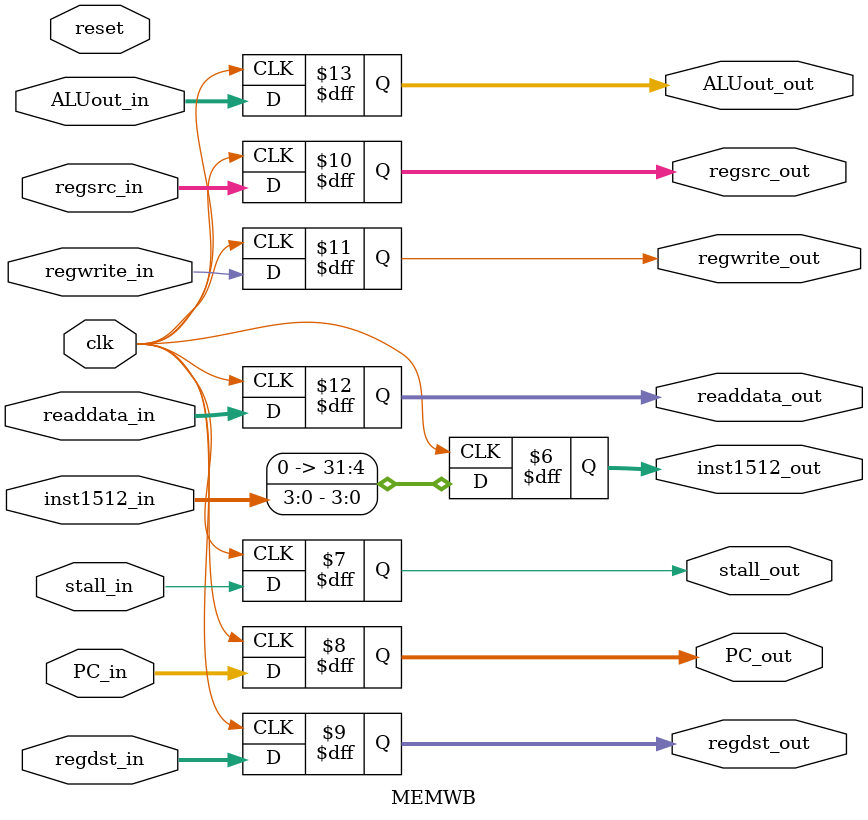
<source format=v>
module signextmux(
	 input [23:0] in,
	 input [1:0] select,
	 output reg[31:0] extVal); //signextmux module 선언 및 input, output 설정
 
	integer i;
	always @ (*) begin //코드 내 신호가 바뀔 때마다 실행
	case(select)
	0 : begin
		extVal[7:0]=in[7:0];
		for(i=8;i<32;i=i+1) extVal[i]=in[7];
		end //select == 0이면 in[7:0]을 signed - extend을 하여 extVal에 저장
	1 : begin
		extVal[11:0]=in[11:0];
		for(i=12;i<32;i=i+1) extVal[i]='b0;
		end //select == 1이면 in[11:0]을 unsigned - extend을 하여 extVal에 저장
	2 : begin
		extVal[1:0]=2'b00;
		extVal[25:2]=in[23:0];
		for(i=26;i<32;i=i+1) extVal[i]=in[23];
		end //select == 0이면 in의 값을 shifting two lefts를 하고 signed - extend을 하여 extVal에 저장
	default : extVal='h00000000; //위 case가 아니라면, extVal은 00000000으로 초기화
	endcase
	end
endmodule // signextmux module 종료 
module register_1bit(
	input regin,
	input clk,
	input write,
	input reset,
	output reg regout); //register_1bit module 선언 및 input, output 설정
	
	always @ (posedge clk,posedge reset)//clk이 positive edge, reset이 positive edge일 때때 다음 코드 실행
	if(reset) begin
		regout<=0; //reset이 positive edge라면, regout 신호에 0을 할당
	end // 
	else if(write) begin
		regout<=regin;
	end //reset이 not positive edge이면서 write 신호가 1이라면, regout 신호에 regin 할당
	
endmodule // register_1bit module 종료
module register( 
	input[31:0] regin,
	input clk,
	input write,
	input reset,
	output reg[31:0] regout); //register module 선언 및 input, output 설정
	
	always @ (posedge clk) //clk이 positive edge일 때 다음 코드 실행
	if(reset) 
		regout<='h0000; // reset 신호가 1이라면, regout에 000
	else if(write)
		regout<=regin; //reset 신호가 0이고 write 신호가 1이라면, regout 신호에 regin 할당
endmodule //register module 종료

module decoder_4to16(
	input[3:0] in,
	output reg[15:0] out); //decoder_4to16 module 선언 및 input, output 설정
	
	always @ (*) //코드 내 신호가 바뀔 때마다 실행
	case(in)
	0 : out='h0001;
	1 : out='h0002;
	2 : out='h0004;
	3 : out='h0008;
	4 : out='h0010;
	5 : out='h0020;
	6 : out='h0040;
	7 : out='h0080;
	8 : out='h0100;
	9 : out='h0200;
   10 : out='h0400;
   11 : out='h0800;
   12 : out='h1000;
   13 : out='h2000;
   14 : out='h4000;
   15 : out='h8000;
    endcase //in의 값에 따라 out에 16bit 값을 할당
endmodule // decoder_4to16 module 종료

module registerfile(
	input[3:0] reg1,
	input[3:0] reg2,
	input[3:0] regdst,
	input[31:0] regsrc,
	input clk,
	input reset,
	input we, // write 할지 말지
	output[31:0] out1,
	output[31:0] out2,
	output[31:0] pc); //registerfile module 선언 및 input, output 설정
	
	wire[15:0] write; //몇번 레지스터를 사용할지
	wire[31:0] registers [15:0]; //32비트 레지스터 16개

	decoder_4to16 selecter(.in (regdst), .out (write)); //base2-4bit regdst 를 code로 변환
	//regsrc로 regdst에 해당되는 register들을 업데이트
	register register0 (.regin (regsrc), .write (write[0]&we), .clk (clk), .reset (reset), .regout (registers[0]));
	//register0의 regin 신호에 regsrc 연결, write 신호에 write[0]과 we의 AND연산 결과 연결, clk 신호에 clk 연결, reset 신호에 reset 연결, regout 신호에 registers[0] 연결
	register register1 (.regin (regsrc), .write (write[1]&we), .clk (clk), .reset (reset), .regout (registers[1]));
	//register1의 regin 신호에 regsrc 연결, write 신호에 write[1]과 we의 AND연산 결과 연결, clk 신호에 clk 연결, reset 신호에 reset 연결, regout 신호에 registers[1] 연결
	register register2 (.regin (regsrc), .write (write[2]&we), .clk (clk), .reset (reset), .regout (registers[2]));
	//register2의 regin 신호에 regsrc 연결, write 신호에 write[2]과 we의 AND연산 결과 연결, clk 신호에 clk 연결, reset 신호에 reset 연결, regout 신호에 registers[2] 연결
	register register3 (.regin (regsrc), .write (write[3]&we), .clk (clk), .reset (reset), .regout (registers[3]));
	//register3의 regin 신호에 regsrc 연결, write 신호에 write[3]과 we의 AND연산 결과 연결, clk 신호에 clk 연결, reset 신호에 reset 연결, regout 신호에 registers[3] 연결
	register register4 (.regin (regsrc), .write (write[4]&we), .clk (clk), .reset (reset), .regout (registers[4]));
	//register4의 regin 신호에 regsrc 연결, write 신호에 write[4]과 we의 AND연산 결과 연결, clk 신호에 clk 연결, reset 신호에 reset 연결, regout 신호에 registers[4] 연결
	register register5 (.regin (regsrc), .write (write[5]&we), .clk (clk), .reset (reset), .regout (registers[5]));
	//register5의 regin 신호에 regsrc 연결, write 신호에 write[5]과 we의 AND연산 결과 연결, clk 신호에 clk 연결, reset 신호에 reset 연결, regout 신호에 registers[5] 연결
	register register6 (.regin (regsrc), .write (write[6]&we), .clk (clk), .reset (reset), .regout (registers[6]));
	//register6의 regin 신호에 regsrc 연결, write 신호에 write[6]과 we의 AND연산 결과 연결, clk 신호에 clk 연결, reset 신호에 reset 연결, regout 신호에 registers[6] 연결
	register register7 (.regin (regsrc), .write (write[7]&we), .clk (clk), .reset (reset), .regout (registers[7]));
	//register7의 regin 신호에 regsrc 연결, write 신호에 write[7]과 we의 AND연산 결과 연결, clk 신호에 clk 연결, reset 신호에 reset 연결, regout 신호에 registers[7] 연결
	register register8 (.regin (regsrc), .write (write[8]&we), .clk (clk), .reset (reset), .regout (registers[8]));
	//register8의 regin 신호에 regsrc 연결, write 신호에 write[8]과 we의 AND연산 결과 연결, clk 신호에 clk 연결, reset 신호에 reset 연결, regout 신호에 registers[8] 연결
	register register9 (.regin (regsrc), .write (write[9]&we), .clk (clk), .reset (reset), .regout (registers[9]));
	//register9의 regin 신호에 regsrc 연결, write 신호에 write[9]과 we의 AND연산 결과 연결, clk 신호에 clk 연결, reset 신호에 reset 연결, regout 신호에 registers[9] 연결
	register register10 (.regin (regsrc), .write (write[10]&we), .clk (clk), .reset (reset), .regout (registers[10]));
	//register10의 regin 신호에 regsrc 연결, write 신호에 write[10]과 we의 AND연산 결과 연결, clk 신호에 clk 연결, reset 신호에 reset 연결, regout 신호에 registers[10] 연결
	register register11 (.regin (regsrc), .write (write[11]&we), .clk (clk), .reset (reset), .regout (registers[11]));
	//register11의 regin 신호에 regsrc 연결, write 신호에 write[11]]과 we의 AND연산 결과 연결, clk 신호에 clk 연결, reset 신호에 reset 연결, regout 신호에 registers[11] 연결
	register register12 (.regin (regsrc), .write (write[12]&we), .clk (clk), .reset (reset), .regout (registers[12]));
	//register12의 regin 신호에 regsrc 연결, write 신호에 write[12]과 we의 AND연산 결과 연결, clk 신호에 clk 연결, reset 신호에 reset 연결, regout 신호에 registers[12] 연결
	register register13 (.regin (regsrc), .write (write[13]&we), .clk (clk), .reset (reset), .regout (registers[13]));
	//register13의 regin 신호에 regsrc 연결, write 신호에 write[13]과 we의 AND연산 결과 연결, clk 신호에 clk 연결, reset 신호에 reset 연결, regout 신호에 registers[13] 연결
	register register14 (.regin (regsrc), .write (write[14]&we), .clk (clk), .reset (reset), .regout (registers[14]));
	//register14의 regin 신호에 regsrc 연결, write 신호에 write[14]과 we의 AND연산 결과 연결, clk 신호에 clk 연결, reset 신호에 reset 연결, regout 신호에 registers[14] 연결
	register register15 (.regin (regsrc), .write (write[15]&we), .clk (clk), .reset (reset), .regout (registers[15]));
	//register15의 regin 신호에 regsrc 연결, write 신호에 write[15]과 we의 AND연산 결과 연결, clk 신호에 clk 연결, reset 신호에 reset 연결, regout 신호에 registers[15] 연결

	assign out1=registers[reg1]; //out1에 registers[reg1] 신호 할당
	assign out2=registers[reg2]; //out2에 registers[reg2] 신호 할당
	assign pc=registers[15]; //pc에 registers[15] 할당

endmodule //registerfile module 종료
  
module armreduced(
	input clk,
	input reset,
	output reg[31:0] pc,
	input[31:0] inst,
	input nIRQ,
	output [3:0] be,
	output[31:0] memaddr,
	output memwrite,
	output memread,
	output[31:0] writedata,
	input[31:0] readdata); //armreduced module 선언 및 input, output 설정
	
	//signals
  wire IRwrite,regwrite,NZCVwrite; //IRwrite, regwrite, NZCVwrite 신호 선언
  wire [1:0] regdst,regsrc,ALUsrcA,immsrc,ALUsrcB; //2bit의 regdst, regsrc, ALUsrcA, ALUsrcB 신호 선언 
  wire [2:0] ALUop; //3bit의 ALUop 신호 선언
  wire [3:0] instop; //4bit의 instop 신호 선언
  wire regBdst; //regBdst신호 선언

  
  //wires_out
  wire[31:0] imm; //32bit의 imm 신호 선언
  wire[31:0] pc_wire;
  
  //wires_in
  wire [3:0] ALUflags; //4bit의 ALUflags 신호 선언
  wire [31:0] ALUresult,readA,readB; //32bit의 ALUresult, readA, readB 신호 선언
  
  wire [3:0] RFdst [2:0]; //4bit의 RFdst 신호 3개의 배열 선언
  wire [31:0] RFsrc [4:0]; //32bit의 RFsrc 신호 5개의 배열 선언
  wire [31:0] ALUnum1 [1:0]; //32bit의 ALUnum1 신호 2개의 배열 선언
  wire [31:0] ALUnum2 [1:0]; //32bit의 ALUnum2 신호 2개의 배열 선언
  
  wire [3:0] regBread [1:0]; //4bit의 regBread 신호 2개의 배열 선언
  
  //registers
  assign be = 4'b1111; //be에 2진수 1111할당
  wire[31:0] A,B,instructions,mdr,ALUout; //32bit의 A, B, instructions, mdr, ALUout 신호 선언
  reg n,v; //n, v의 register 신호 선언
  wire z,c; //z, c, 신호 선언
  register InstructionRegister(.regin (inst), .write ('b1), .clk (clk), .reset (reset), .regout (instructions));
  register MDR(.regin (readdata), .write ('b1), .clk (clk), .reset (reset), .regout (mdr));
//register MDR의 regin 신호에 readdata 연결, write 신호에 신호 '1' 연결, clk 신호에 clk 연결, reset 신호에 reset 연결, regout 신호에 mdr 연결

  wire stall; //data hazard가 있는지 판단
  assign stall = ((IFID_Inst[19:16] == MEMWB_inst1512) | (regBread[regBdst] == MEMWB_inst1512))&MEMWB_regwrite
   | ((IFID_Inst[19:16] == EXMEM_inst1512) | (regBread[regBdst] == EXMEM_inst1512))&EXMEM_regwrite
   |((IFID_Inst[19:16] == IDEX_Inst[15:12]) | (regBread[regBdst] == IDEX_Inst[15:12]))&IDEX_regwrite &~reset;
  //IF step
  wire [31:0]PCtarget; //32bit의 PCtarget 신호 선언: pc 가 branch할 주소
  wire PCsrc_wire; //PCsrc_wire 신호 선언 : pc 가 branch하는지

  always @(posedge clk)begin //clk이 positive edge이면 실행
    if(PCsrc_wire == 1'b1) begin
        pc = PCtarget; //PCsrc_wire 신호가 '1'일 때 pc에 PCtarget 값 저장: branch
    end
	if(stall == 1'b1) begin
		pc=pc; //data hazard 때문에 현상유지
	end
	else begin
        pc = pc + 4; //PCsrc_wire 신호가 '0'이면(no branch) pc에 pc + 4 저장
    end
  end
  wire [31:0]IFID_PC; //IF-ID 단계에서 pc
  wire [31:0]IFID_Inst; //IF-ID 단계에서 instruction
  wire IFID_stall;
  wire stall_in;
  assign stall_in = stall | PCsrc_wire; //branch한다면 해당 instruction을 무효화
  IFID cache1(.stall_in(stall), .clk(clk), .reset(reset), .PC_in(pc_wire), .stall_out(IFID_stall), .Inst_in(inst),.PC_out(IFID_PC), .Inst_out(IFID_Inst));
  //IFID module의 cache1을 선언하고, cache1의 clk 신호에 clk 연결, PC_in 신호에 pc 연결, Inst_in 신호에 inst 연결, PC_out 신호에 IFID_PC 연결, Inst_out 신호에 IFID_Inst 연결

  //ID step
  wire ID_memwrite; //ID_memwrite 신호 선언
  wire ID_memread; //ID_memread 신호 선언
  wire ID_branch; //ID_branch 신호 선언
  signalunit SignalControl(
		.clk (clk),
		.reset (reset),
		.flags (IFID_Inst[31:20]),
		.zero (z),
		.branch(ID_branch),
		.Mwrite (ID_memwrite),
		.Mread (ID_memread),
		.regwrite (regwrite),
		.regdst (regdst),
		.regsrc (regsrc),
		.ALUsrcA (ALUsrcA),
		.ALUsrcB (ALUsrcB),
		.ALUop (instop),
		.NZCVwrite (NZCVwrite),
		.immsrc (immsrc),
		.regbdst (regBdst)); 
//signalunit module인 SignalControl 선언하고, SignalControl의 clk 신호에 clk 연결, reset 신호에 reset 연결, flags에 IFID_Inst[31:20] 연결, zero 신호에 z 연결, branch 신호에 ID_branch 연결
//Mwrite 신호에 ID_memwrite 연결, Mread 신호에 ID_memread 연결, regwrite 신호에 regwrite 연결, regdst 신호에 regdst 연결, regsrc 신호에 regsrc 연결, ALUsrcA 신호에 ALUsrcA연결, ALUsrcB 신호에 ALUsrcB 연결
//ALUop 신호에 instop 연결, NZCVwrite 신호에 NZCVwrite 연결, immsrc 신호에 immsrc 연결, regbdst 신호에 regBdst 연결	
  signextmux Immidiate(IFID_Inst[23:0],immsrc,imm); 
//signextmux module인 Immidiate를 선언하고, 24bit in을 IFID_Inst[23:0]으로, 2bit select을 immsrc으로 input으로 하고, 32bit의 imm의 값을 output함
  wire [31:0]IDEX_PC, IDEX_A, IDEX_B, IDEX_imm, IDEX_Inst; //32bit의 IDEX_PC 신호 선언, IDEX_A 신호 선언, IDEX_B 신호 선언, IDEX_imm 신호 선언, IDEX_Inst 신호 선언
  wire IDEX_memwrite, IDEX_branch; //IDEX_memwrite 신호 선언, IDEX_branch 신호 선언
  wire IDEX_regwrite,IDEX_NZCVwrite, IDEX_memread; //IDEX_regwrite 신호 선언, IDEX_NZCVwrite 신호 선언, IDEX_memread 신호 선언
  wire [1:0] IDEX_regdst,IDEX_regsrc,IDEX_ALUsrcA,IDEX_ALUsrcB; //2bit의 IDEX_regdst 신호 선언, IDEX_regsrc 신호 선언, IDEX_ALUsrcA 신호 선언, IDEX_ALUsrcB 신호 선언
  wire [3:0] IDEX_instop; //4bit의 IDEX_instop 신호 선언
  wire IDEX_stall; 
  wire IFID_stall_in;
  assign IFID_stall_in = IFID_stall | PCsrc_wire;//branch한다면 해당 instruction을 무효화
  IDEX cache2(.stall_in(IFID_stall_in), .clk(clk), .reset(reset), .inst_in(IFID_Inst), .PC_in(IFID_PC), .readA_in(readA), .readB_in(readB), .regdst_in(regdst), .regsrc_in(regsrc), .branch_in(ID_branch), .memwrite_in(ID_memwrite),
	.memread_in(ID_memread), .regwrite_in(regwrite), .ALUsrcA_in(ALUsrcA), .ALUsrcB_in(ALUsrcB),
	.instop_in(instop), .NZCVwrite_in(NZCVwrite), .imm_in(imm), .stall_out(IDEX_stall), .inst_out(IDEX_Inst), .PC_out(IDEX_PC), .readA_out(IDEX_A), .readB_out(IDEX_B),
	.regdst_out(IDEX_regdst), .regsrc_out(IDEX_regsrc), .branch_out(IDEX_branch), .memwrite_out(IDEX_memwrite),
	.memread_out(IDEX_memread), .regwrite_out(IDEX_regwrite), .ALUsrcA_out(IDEX_ALUsrcA), .ALUsrcB_out(IDEX_ALUsrcB),
	.instop_out(IDEX_instop), .NZCVwrite_out(IDEX_NZCVwrite), .imm_out(IDEX_imm));
//IDEX module인 cache2를 선언하고, cache2의 clk 신호에 clk연결, inst_in신호에 IFUD_INST연결, PC_in신호에 IFID_PC 연결, readA_in 신호에 readA 연결, readB_in 신호에 readB 연결, regdst_in 신호에 regdst 연결, regsrc_in
//regsrc 연결, branch_in 신호에 ID_branch 연결, memwrite_in 신호에 ID_memwrite 연결, memread_in 신호에 ID_memread 연결, regwrite_in 신호에 regwrite 연결, ALUsrcA_in 신호에 ALUsrcA 연결, ALUsrcB_in 신호에 ALUsrcB 연결
//instop_in 신호에 instop 연결, NZCVwrite_in 신호에 NZCVwrite 연결, imm_in 신호에 imm 연결, inst_out 신호에 IDEX_Inst 연결, PC_out 신호에 IDEX_PC 연결, readA_out 신호에 IDEX_A 연결, readB_out 신호에 IDEX_B 연결, 
//regdst_out 신호에 IDEX_regdst 연결, regsrc_out 신호에 IDEX_regsrc 연결, branch_out 신호에 IDEX_branch 연결, memwrite_out 신호에 IDEX_memwrite 연결, memread_out 신호에 IDEX_memread 연결, regwrite_out 신호에 IDEX_regwrite 연결
//ALUsrcA_out 신호에 IDEX_ALUsrcA 연결, ALUsrcB_out 신호에 IDEX_ALUsrcB 연결, instop_out 신호에 IDEX_instop 연결, NZCVwrite_out 신호에 IDEX_NZCVwrite 연결, imm_out 신호에 IDEX_imm 연결

  //EX step
  ALUopdecoder ALUopDecoder(
	.instop (IDEX_instop),
	.aluop (ALUop));
	//ALUopdecoder인 ALUopDecoder를 선언하고, instop 신호에 IDEX_instop 연결, aluop 신호에 ALUop 연결
  ALU32bit ALU(
	.inpa (ALUnum1[IDEX_ALUsrcA]),
	.inpb (ALUnum2[IDEX_ALUsrcB]),
	.cin (c),
	.aluop (ALUop),
	.result (ALUresult),
	.negative (ALUflags[3]),
	.zero (ALUflags[2]),
	.cout (ALUflags[1]),
	.overflow (ALUflags[0]));
	//ALU32bit module인 ALU를 선언하고, inpa 신호에 ALUnum1[IDEX_ALUsrcA] 연결, inpb 신호에 ALUnum2[IDEX_ALUsrcB] 연결, cin에 c 연결, aluop 신호에 ALUop 연결, result 신호에 ALUresult 연결
	//negative 신호에 ALUflags[3] 연결, zero 신호에 ALUflags[2] 연결, cout 신호에 ALUflags[1] 연결, overflow 신호에 ALUflags[0] 연결
  register ALUoutRegister(.regin (ALUresult), .write ('b1), .clk (clk), .reset (reset), .regout (ALUout));
//register인 ALUoutRegister를 선언하고 regin 신호에 ALUresult 연결, write 신호를 '1'로 설정, clk 신호에 clk 연결, reset 신호에 reset 연결, regout 신호에 ALUout 연결
  wire [1:0]EXMEM_regdst, EXMEM_regsrc; //2bit인 EXMEM_regdst 선언, EXMEM_regsrc 신호 선언
  wire EXMEM_branch, EXMEM_regwrite, EXMEM_c_out, EXMEM_z_out; //EXMEM_branch 신호 선언, EXMEM_regwrite 신호 선언, EXMEM_c_out 신호 선언, EXMEM_z_out 신호 선언
  wire [31:0]EXMEM_B; //32bit인 EXMEM_B 신호 선언
  wire [31:0]PCbranch, EXMEM_PC; //32bit인 PCbranch 신호 선언, EXMEM_PC 신호 선언
  assign PCbranch = IDEX_PC + IDEX_imm; //branch 할 주소 할당
  wire EXMEM_stall;
  wire [3:0]EXMEM_inst1512; //data hazard 를 판단하기 위한 rd register
  wire EXMEM_memwrite, EXMEM_memread;
  wire IDEX_stall_in;
  assign IDEX_stall_in = IDEX_stall |PCsrc_wire;//branch한다면 해당 instruction을 무효화
  EXMEM cache3(.stall_in(IDEX_stall_in), .clk(clk), .reset(reset), .inst1512_in(IDEX_Inst[15:12]), .PC_in(IDEX_PC), .PCtarget_in(PCbranch), .regdst_in(IDEX_regdst), .regsrc_in(IDEX_regdst), .B_in(IDEX_B), .branch_in(IDEX_branch), .memwrite_in(IDEX_memwrite),
  .memread_in(IDEX_memread), .regwrite_in(IDEX_regwrite), .NZCVwrite_in(IDEX_NZCVwrite), .c_in(ALUflags[1]), .z_in(ALUflags[2]),
  .inst1512_out(EXMEM_inst1512), .stall_out(EXMEM_stall), .PC_out(EXMEM_PC), .PCtarget_out(EXMEM_PCbranch), .regdst_out(EXMEM_regdst), .regsrc_out(EXMEM_regsrc), .B_out(EXMEM_B), .branch_out(EXMEM_branch),  .memwrite_out(EXMEM_memwrite),
  .memread_out(EXMEM_memread), .regwrite_out(EXMEM_regwrite), .c_out(EXMEM_c_out), .z_out(EXMEM_z_out));
  //EXMEM module인 cache3을 선언하고 clk신호에 clk 연결, PC_in 신호에 IDEX_PC 신호 연결, PCtarget_in 신호에 PCbranch 연결, regdst_in 신호에 IDEX_regdst 연결, regsrc_in 신호에 IDEX_regdst 연결
  //B_in 신호에 IDEX_B 연결, branch_in 신호에 IDEX_branch 연결, memwrite_in 신호에 IDEX_memwrite 연결, memread_in 신호에 IDEX_memread 연결, regwrite_in 신호에 IDEX_regwrite 연결, 
  //NZCVwrite_in 신호에 IDEX_NZCVwrite 연결, c_in 신호에 ALUflags[1] 연결, z_in 신호에 ALUflags[2] 연결, PC_out 신호에 EXMEM_PC 연결, PCtarget_out 신호에 EXMEM_PCbranch 연결,regdst_out 신호에 EXMEM_regdst 신호 연결
  //regsrc_out 신호에 EXMEM_regsrc 연결, B_out 신호에 EXMEM_B 연결, branch_out 신호에 EXMEM_branch 연결, memwrite_out 신호에 memwrite 연결, memread_out 신호에 memread 연결, regwrite_out 신호에 EXMEM_regwrite 연결
  //c_out 신호에 EXMEM_c_out 연결, z_out 신호에 EXMEM_z_out 연결

  //MEM step
  assign memwrite = EXMEM_memwrite & ~EXMEM_stall; // stall시 memory write 하지 않음
  assign memread = EXMEM_memread & ~EXMEM_stall; // stall 시 memroy read 하지 않음
  wire [31:0]MEMWB_ALUout, MEMWB_PC; //32bit의 MEMWB_ALUout 신호 선언, MEMWB_PC 신호 선언
  wire [1:0]MEMWB_regdst; //2bit의 MEMWB_regdst 신호 선언
  wire [2:0]MEMWB_regsrc; //3bit의 MEMWB_regsrc 신호 선언
  wire MEMWB_temp_regwrite;
  wire MEMWB_regwrite; //MEMWB_regwrite 신호 선언
  assign MEMWB_regwrite = MEMWB_temp_regwrite & ~MEMWB_stall; //instruction 은 regwrite하라고 하지만 data hazard가 있을 때
  assign PCsrc_wire =  EXMEM_branch & EXMEM_z_out; //PCsrc_wire 신호에 EXMEM_branch와 EXMEM_z_out의 and 연산 결과 할당
  assign PCtarget = EXMEM_PCbranch; //PCtarget 신호에 EXMEM_PCbranch 할당
  wire MEMWB_stall;
  wire [3:0]MEMWB_inst1512;
  MEMWB cache4(.stall_in(EXMEM_stall), .clk(clk), .reset(reset), .inst1512_in(EXMEM_inst1512), .PC_in(EXMEM_PC), .regdst_in(EXMEM_regdst), .regsrc_in(EXMEM_regsrc), .regwrite_in(EXMEM_regwrite), .ALUout_in(ALUout),
	.inst1512_out(MEMWB_inst1512), .stall_out(MEMWB_stall), .PC_out(MEMWB_PC), .regdst_out(MEMWB_regdst), .regsrc_out(MEMWB_regsrc), .regwrite_out(MEMWB_temp_regwrite), .ALUout_out(MEMWB_ALUout));
//MEMWB module인 cache4를 선언하고 cache4의 clk 신호에 clk 연결, PC_in 신호에 EXMEM_PC 연결, regdst_in 신호에 EXMEM_regdst 연결, regsrc_in 신호에 EXMEM_regsrc 연결, regwrite_in 신호에 EXMEM_regwrite 연결,
//ALUout_in 신호에 ALUout 연결, PC_out 신호에 MEMWB_PC 연결, regdst_out 신호에 MEMWB_regdst 연결, regsrc_out 신호에 MEMWB_regsrc 연결, regwrite_out 신호에 MEMWB_regwrite 연결, ALUout_out에 MEMWB_ALUout 연결
  
//mux
		//register file destination(Rd field)
		assign RFdst[0]=MEMWB_inst1512; //if regdst=0 then rd=instructions[15:12]
		assign RFdst[1]=4'b1110; //if regdst=2 then rd=14(Link register)
		//register file source
		assign RFsrc[0]=mdr;// write register = MDR
		assign RFsrc[1]=MEMWB_ALUout; //write register = ALUout (in aluout register)
		assign RFsrc[2]=ALUresult; // write register = ALUresult (in immediate aluout)
		assign RFsrc[3]=B; //write register = B
		assign RFsrc[4]=MEMWB_PC;

		assign regBread[0]=IFID_Inst[3:0]; //regBread[0]에 IFID_Inst[3:0]의 값 할당
		assign regBread[1]=IFID_Inst[15:12]; //regBread[1]에 IFID_Inst[15:12]의 값 할당

		assign ALUnum1[0]=IDEX_A; //ALUnum1[0]에 IDEX_A 할당
		assign ALUnum1[1]='h0; //ALUnum1[1]에 16진수 '0' 할당

		assign ALUnum2[0]=IDEX_imm; //ALUnum2[0]에 IDEX_imm 할당
		assign ALUnum2[1]=IDEX_B<<IDEX_Inst[11:7]; //ALUnum2[1]에 IDEX_B를 Inst[11:7]만큼 shifting left한 결과 할당

		assign writedata=EXMEM_B; //writedata에 EXMEM_B 할당
		assign memaddr=ALUout; //memaddr에 ALUout 할당

		
		
		registerfile RegisterFile(
			.reg1 (IFID_Inst[19:16]),
			.reg2 (regBread[regBdst]),
			.regdst (RFdst[MEMWB_regdst]),
			.regsrc (RFsrc[MEMWB_regsrc]),
			.clk (clk),
			.reset (reset),
			.we (MEMWB_regwrite),
			.out1 (readA),
			.out2 (readB),
			.pc (pc_wire));
		//registerfile module인 RegisterFile을 선언하고, reg1 신호에 IFID_Inst[19:16] 연결, reg2 신호에 regBread[regBdst] 연결, regdst 신호에 RFdst[MEMWB_regdst] 연결, regsrc 신호에 RFsrc[MEMWB_regsrc] 연결
		//clk 신호에 clk 연결, reset 신호에 reset 연결, we 신호에 MEMWB_regwrite 연결, out1 신호에 readA 연결, out2 신호에 readB 연결, pc 신호에 IFID_PC 연결
	

		

endmodule //armreduced module 선언 종료

module IFID(
	input stall_in,
	input clk,
	input reset,
	input [31:0]Inst_in,
	input [31:0]PC_in,
	output reg stall_out,
	output reg[31:0]Inst_out,
	output reg[31:0]PC_out); //IFID module 선언 및 input, output 설정
  
  always @(posedge clk)begin 
	if(reset == 1'b1) begin
      stall_out <= 1'b0;
	  Inst_out <= 'h000000000;
	  PC_out <= 'h00000000;
	end
	stall_out <= stall_in;
	Inst_out <= Inst_in;
	PC_out <= PC_in;
  end //clk이 positive edge일 때 Inst_out에 Inst_in 저장, PC_out에 PC_in 저장
endmodule //IFID module 종료

module IDEX(
	input stall_in,
	input clk,
	input reset,
	input [31:0]inst_in,
	input [31:0]PC_in,
	input [31:0]readA_in,
	input [31:0]readB_in,
	input [1:0]regdst_in,
	input [2:0]regsrc_in,
	input branch_in,
	input memwrite_in,
	input memread_in,
	input regwrite_in,
	input ALUsrcA_in,
	input ALUsrcB_in,
	input [3:0]instop_in,
	input NZCVwrite_in,
	input [31:0]imm_in,
	output reg stall_out,
	output reg[31:0]inst_out,
	output reg branch_out,
	output reg[31:0]PC_out,
	output reg readA_out,
	output reg[31:0]readB_out,
	output reg[1:0]regdst_out,
	output reg[2:0]regsrc_out,
	output reg memwrite_out,
	output reg memread_out,
	output reg regwrite_out,
	output reg ALUsrcA_out,
	output reg ALUsrcB_out,
	output reg [3:0]instop_out,
	output reg NZCVwrite_out,
	output reg [31:0]imm_out
); //IDEX module 선언 및 input, output 설정
  always @(posedge clk)begin
	if(reset == 1'b1) begin
	    inst_out <= 'h00000000;
		PC_out <= 'h00000000;
		branch_out <= 1'b0;
		memwrite_out <= 1'b0;
		memread_out <= 1'b0;
		regwrite_out <= 1'b0;
		NZCVwrite_out <= 1'b0;
		stall_out <= 1'b0;
	end else begin
		inst_out <= inst_in;
		PC_out <= PC_in;
		readA_out <= readA_in;
		readB_out <= readB_in;
		regdst_out <= regdst_in;
		regsrc_out <= regsrc_in;
		branch_out <= branch_in;
		memwrite_out <= memwrite_in;
		memread_out <= memread_in;
		regwrite_out <= regwrite_in;
		ALUsrcA_out <= ALUsrcA_in;
		ALUsrcB_out <= ALUsrcB_in;
		instop_out <= instop_in;
		NZCVwrite_out <= NZCVwrite_in;
		imm_out <= imm_in;
		stall_out <= stall_in;
	end
  end
  //clk이 positive edge일 때 Inst_out에 Inst_in 저장, PC_out에 PC_in 저장, readA_out에 readA_in 저장, readB_out에 readB_in 저장, regdst_out에 regdst_in 저장, regsrc_out에 regsrc_in 저장, branch_out에 branch_in 저장,
  //memwrite_out에 memwrite_in 저장, memread_out에 memread_in 저장, regwrite_out에 regwrite_in 저장, ALUsrcA_out에 ALUsrcA_in 저장, ALUsrcB_out에 ALUsrcB_in 저장, instop_out에 instop_in 저장,
  //NZCVwrite_out에 NZCVwrite_in 저장, imm_out에 imm_in 저장

endmodule //IDEX module 종료

module EXMEM(
  input stall_in,
  input clk,
  input reset,
  input [3:0]inst1512_in,
  input [31:0]PC_in,
  input [31:0]PCtarget_in,
  input [1:0]regdst_in,
  input [2:0]regsrc_in,
  input [31:0]B_in,
  input branch_in,
  input memwrite_in,
  input memread_in,
  input regwrite_in,
  input c_in, z_in,
  input NZCVwrite_in,
  output reg[3:0]inst1512_out,
  output reg stall_out,
  output reg[31:0]PC_out,
  output reg branch_out,
  output reg[31:0]PCtarget_out,
  output reg[1:0]regdst_out,
  output reg[2:0]regsrc_out,
  output reg[31:0]B_out,
  output reg memwrite_out,
  output reg memread_out,
  output reg regwrite_out,
  output reg c_out, z_out
); //EXMEM module 선언 및 input, output 설정
always @(posedge clk)begin
	if(reset == 1'b1) begin
	  PC_out <= 'h000000000;
	  branch_out <= 1'b0;
	  PCtarget_out <= 1'b0;
	  memwrite_out <= 1'b0;
	  memread_out <= 1'b0;
	  regwrite_out <= 1'b0;
	  stall_out <= 1'b0;
	end else begin
		inst1512_out <= inst1512_in;
		PC_out <= PC_in;
		branch_out <= branch_in;
		PCtarget_out <= PCtarget_in;
		regdst_out <= regdst_in;
		regsrc_out <= regsrc_in;
		memwrite_out <= memwrite_in;
		memread_out <= memread_in;
		regwrite_out <= regwrite_in;
		B_out <= B_in;
		stall_out <= stall_in;
		if(NZCVwrite_in == 1'b1)begin
		c_out <=c_in;
		z_out <=z_in;
		end
	end
end
//clk가 positive edge일때, PC_out에 PC_in 저장, branch_out에 branch_in 저장, PCtarget_out에 PC_target_in 저장, regdst_out에 regsrc_in 저장, regsrc_out에 regsrc_in 저장, memwrite_out에 memwrite_in 저장, 
//memread_out에 memread_in 저장, regwrite_out에 regwrite_in 저장, B_out에 B_in 저장, NZCVwrite_in이 '1'이라면, c_out에 c_in을 저장, z_out에 z_in 저장
endmodule //EXMEM module 저장

module MEMWB( 
	input stall_in,
	input clk,
	input reset,
	input [3:0]inst1512_in,
	input [31:0]PC_in,
	input [1:0]regdst_in,
	input [1:0]regsrc_in,
	input regwrite_in,
	input [31:0]readdata_in,
	input [31:0]ALUout_in,
	output reg[31:0]inst1512_out,
	output reg stall_out,
	output reg[31:0]PC_out,
	output reg[1:0]regdst_out,
	output reg[1:0]regsrc_out,
	output reg regwrite_out,
	output reg[31:0]readdata_out,
	output reg[31:0]ALUout_out
); //MEMWB module 선언 및 input, output 설정
  always @(posedge clk)begin
	if(reset == 1'b1)begin
	  stall_out <= 1'b0;
	  regwrite_out <= 1'b0;
	  readdata_out <= 1'b0;
	  PC_out <= 'h00000000;
	end
	inst1512_out <= inst1512_in;
	stall_out <= stall_in;
	regdst_out <= regdst_in;
	regsrc_out <= regsrc_in;
	regwrite_out <= regwrite_in;
	readdata_out <= readdata_in;
	ALUout_out <= ALUout_in;
	PC_out <= PC_in;
	
  end
  //clk가 positive edge일 때 regdst_out에 regdst_in 저장, regsrc_out에 regsrc_in 저장, regwrite_out에 regwrite_in 저장, readdata_out에 readdata_in 저장, ALUout_out에 ALUout_in 저장, PC_out에 PC_in 저장
endmodule //MEMWB module 선언 종료

</source>
